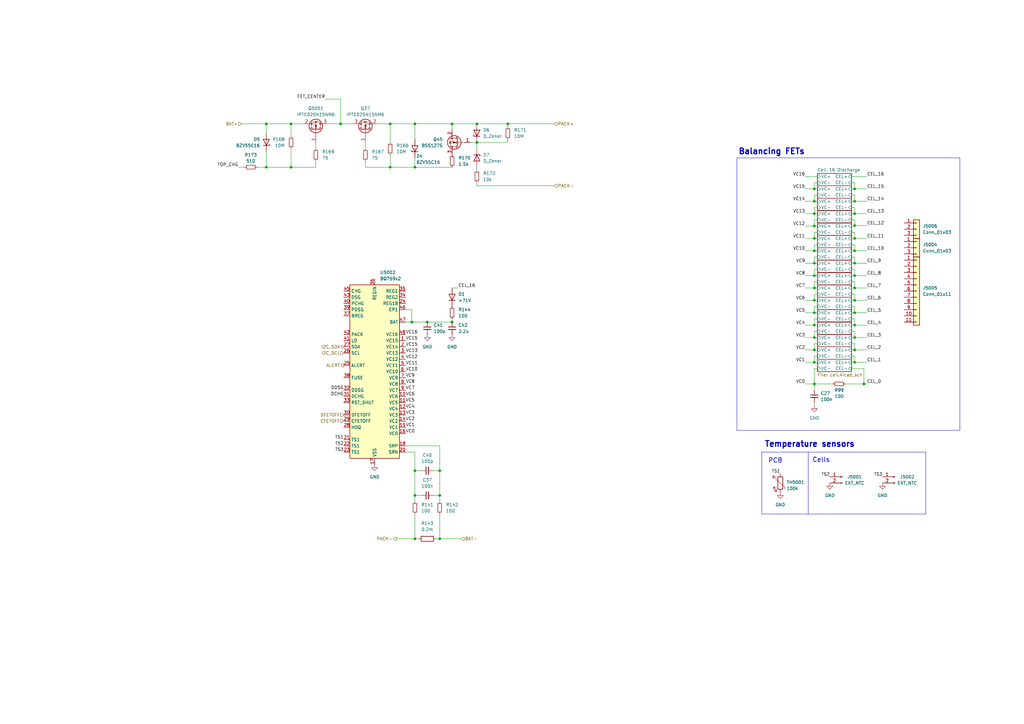
<source format=kicad_sch>
(kicad_sch (version 20250114) (generator "eeschema") (generator_version "9.0")
  (paper "A3")
  (title_block (title "GreenMobi BMS") (date "2024-02-13") (rev "ALPHA") (company "GreenMobi"))
  (lib_symbols
    (symbol "Connector:Conn_01x02_Pin" (pin_names (offset 1.016) (hide yes))
      (property "Reference" "J" (at 0 2.54 0))
      (property "Value" "Conn_01x02_Pin" (at 0 -5.08 0))
      (symbol "Conn_01x02_Pin_1_1"
        (rectangle (start 0.8636 0.127) (end 0 -0.127) (stroke (width 0.1524)) (fill (type outline)))
        (rectangle (start 0.8636 -2.413) (end 0 -2.667) (stroke (width 0.1524)) (fill (type outline)))
        (polyline (pts (xy 1.27 0) (xy 0.8636 0)) (stroke (width 0.1524)))
        (polyline (pts (xy 1.27 -2.54) (xy 0.8636 -2.54)) (stroke (width 0.1524)))
        (pin passive line (at 5.08 0 180) (length 3.81) (name "Pin_1") (number "1"))
        (pin passive line (at 5.08 -2.54 180) (length 3.81) (name "Pin_2") (number "2"))
      )
    )
    (symbol "Connector_Generic:Conn_01x03" (pin_names (offset 1.016) (hide yes))
      (property "Reference" "J" (at 0 5.08 0))
      (property "Value" "Conn_01x03" (at 0 -5.08 0))
      (symbol "Conn_01x03_1_1"
        (rectangle (start -1.27 3.81) (end 1.27 -3.81) (stroke (width 0.254)) (fill (type background)))
        (rectangle (start -1.27 2.667) (end 0 2.413) (stroke (width 0.1524)))
        (rectangle (start -1.27 0.127) (end 0 -0.127) (stroke (width 0.1524)))
        (rectangle (start -1.27 -2.413) (end 0 -2.667) (stroke (width 0.1524)))
        (pin passive line (at -5.08 2.54 0) (length 3.81) (name "Pin_1") (number "1"))
        (pin passive line (at -5.08 0 0) (length 3.81) (name "Pin_2") (number "2"))
        (pin passive line (at -5.08 -2.54 0) (length 3.81) (name "Pin_3") (number "3"))
      )
    )
    (symbol "Connector_Generic:Conn_01x11" (pin_names (offset 1.016) (hide yes))
      (property "Reference" "J" (at 0 15.24 0))
      (property "Value" "Conn_01x11" (at 0 -15.24 0))
      (symbol "Conn_01x11_1_1"
        (rectangle (start -1.27 13.97) (end 1.27 -13.97) (stroke (width 0.254)) (fill (type background)))
        (rectangle (start -1.27 12.827) (end 0 12.573) (stroke (width 0.1524)))
        (rectangle (start -1.27 10.287) (end 0 10.033) (stroke (width 0.1524)))
        (rectangle (start -1.27 7.747) (end 0 7.493) (stroke (width 0.1524)))
        (rectangle (start -1.27 5.207) (end 0 4.953) (stroke (width 0.1524)))
        (rectangle (start -1.27 2.667) (end 0 2.413) (stroke (width 0.1524)))
        (rectangle (start -1.27 0.127) (end 0 -0.127) (stroke (width 0.1524)))
        (rectangle (start -1.27 -2.413) (end 0 -2.667) (stroke (width 0.1524)))
        (rectangle (start -1.27 -4.953) (end 0 -5.207) (stroke (width 0.1524)))
        (rectangle (start -1.27 -7.493) (end 0 -7.747) (stroke (width 0.1524)))
        (rectangle (start -1.27 -10.033) (end 0 -10.287) (stroke (width 0.1524)))
        (rectangle (start -1.27 -12.573) (end 0 -12.827) (stroke (width 0.1524)))
        (pin passive line (at -5.08 12.7 0) (length 3.81) (name "Pin_1") (number "1"))
        (pin passive line (at -5.08 10.16 0) (length 3.81) (name "Pin_2") (number "2"))
        (pin passive line (at -5.08 7.62 0) (length 3.81) (name "Pin_3") (number "3"))
        (pin passive line (at -5.08 5.08 0) (length 3.81) (name "Pin_4") (number "4"))
        (pin passive line (at -5.08 2.54 0) (length 3.81) (name "Pin_5") (number "5"))
        (pin passive line (at -5.08 0 0) (length 3.81) (name "Pin_6") (number "6"))
        (pin passive line (at -5.08 -2.54 0) (length 3.81) (name "Pin_7") (number "7"))
        (pin passive line (at -5.08 -5.08 0) (length 3.81) (name "Pin_8") (number "8"))
        (pin passive line (at -5.08 -7.62 0) (length 3.81) (name "Pin_9") (number "9"))
        (pin passive line (at -5.08 -10.16 0) (length 3.81) (name "Pin_10") (number "10"))
        (pin passive line (at -5.08 -12.7 0) (length 3.81) (name "Pin_11") (number "11"))
      )
    )
    (symbol "Device:C_Small" (pin_numbers (hide yes)) (pin_names (offset 0.254) (hide yes))
      (property "Reference" "C" (at 0.254 1.778 0))
      (property "Value" "C_Small" (at 0.254 -2.032 0))
      (symbol "C_Small_0_1"
        (polyline (pts (xy -1.524 0.508) (xy 1.524 0.508)) (stroke (width 0.3048)))
        (polyline (pts (xy -1.524 -0.508) (xy 1.524 -0.508)) (stroke (width 0.3302)))
      )
      (symbol "C_Small_1_1"
        (pin passive line (at 0 2.54 270) (length 2.032) (name "~") (number "1"))
        (pin passive line (at 0 -2.54 90) (length 2.032) (name "~") (number "2"))
      )
    )
    (symbol "Device:D" (pin_numbers (hide yes)) (pin_names (offset 1.016) (hide yes))
      (property "Reference" "D" (at 0 2.54 0))
      (property "Value" "D" (at 0 -2.54 0))
      (symbol "D_0_1"
        (polyline (pts (xy -1.27 1.27) (xy -1.27 -1.27)) (stroke (width 0.254)))
        (polyline (pts (xy 1.27 1.27) (xy 1.27 -1.27) (xy -1.27 0) (xy 1.27 1.27)) (stroke (width 0.254)))
        (polyline (pts (xy 1.27 0) (xy -1.27 0)))
      )
      (symbol "D_1_1"
        (pin passive line (at -3.81 0 0) (length 2.54) (name "K") (number "1"))
        (pin passive line (at 3.81 0 180) (length 2.54) (name "A") (number "2"))
      )
    )
    (symbol "Device:D_Zener" (pin_numbers (hide yes)) (pin_names (offset 1.016) (hide yes))
      (property "Reference" "D" (at 0 2.54 0))
      (property "Value" "D_Zener" (at 0 -2.54 0))
      (symbol "D_Zener_0_1"
        (polyline (pts (xy -1.27 -1.27) (xy -1.27 1.27) (xy -0.762 1.27)) (stroke (width 0.254)))
        (polyline (pts (xy 1.27 0) (xy -1.27 0)))
        (polyline (pts (xy 1.27 -1.27) (xy 1.27 1.27) (xy -1.27 0) (xy 1.27 -1.27)) (stroke (width 0.254)))
      )
      (symbol "D_Zener_1_1"
        (pin passive line (at -3.81 0 0) (length 2.54) (name "K") (number "1"))
        (pin passive line (at 3.81 0 180) (length 2.54) (name "A") (number "2"))
      )
    )
    (symbol "Device:R" (pin_numbers (hide yes)) (pin_names (offset 0))
      (property "Reference" "R" (at 2.032 0 90))
      (property "Value" "R" (at 0 0 90))
      (symbol "R_0_1"
        (rectangle (start -1.016 -2.54) (end 1.016 2.54) (stroke (width 0.254)))
      )
      (symbol "R_1_1"
        (pin passive line (at 0 3.81 270) (length 1.27) (name "~") (number "1"))
        (pin passive line (at 0 -3.81 90) (length 1.27) (name "~") (number "2"))
      )
    )
    (symbol "Device:R_Small" (pin_numbers (hide yes)) (pin_names (offset 0.254) (hide yes))
      (property "Reference" "R" (at 0.762 0.508 0))
      (property "Value" "R_Small" (at 0.762 -1.016 0))
      (symbol "R_Small_0_1"
        (rectangle (start -0.762 1.778) (end 0.762 -1.778) (stroke (width 0.2032)))
      )
      (symbol "R_Small_1_1"
        (pin passive line (at 0 2.54 270) (length 0.762) (name "~") (number "1"))
        (pin passive line (at 0 -2.54 90) (length 0.762) (name "~") (number "2"))
      )
    )
    (symbol "Device:Thermistor_NTC" (pin_numbers (hide yes)) (pin_names (offset 0))
      (property "Reference" "TH" (at -4.445 0 90))
      (property "Value" "Thermistor_NTC" (at 3.175 0 90))
      (symbol "Thermistor_NTC_0_1"
        (arc (start -3.175 2.413) (mid -3.0506 2.3165) (end -3.048 2.159))
        (arc (start -3.048 2.794) (mid -2.9736 2.9736) (end -2.794 3.048))
        (arc (start -2.794 3.048) (mid -2.6144 2.9736) (end -2.54 2.794))
        (arc (start -2.794 2.54) (mid -2.9736 2.6144) (end -3.048 2.794))
        (arc (start -2.794 1.905) (mid -2.9736 1.9794) (end -3.048 2.159))
        (arc (start -2.54 2.159) (mid -2.6144 1.9794) (end -2.794 1.905))
        (arc (start -2.159 2.794) (mid -2.434 2.5608) (end -2.794 2.54))
        (polyline (pts (xy -2.54 2.159) (xy -2.54 2.794)))
        (polyline (pts (xy -2.54 -3.683) (xy -2.54 -1.397) (xy -2.794 -2.159) (xy -2.286 -2.159) (xy -2.54 -1.397) (xy -2.54 -1.651)) (fill (type outline)))
        (polyline (pts (xy -1.778 2.54) (xy -1.778 1.524) (xy 1.778 -1.524) (xy 1.778 -2.54)))
        (polyline (pts (xy -1.778 -1.397) (xy -1.778 -3.683) (xy -2.032 -2.921) (xy -1.524 -2.921) (xy -1.778 -3.683) (xy -1.778 -3.429)) (fill (type outline)))
        (rectangle (start -1.016 2.54) (end 1.016 -2.54) (stroke (width 0.254)))
      )
      (symbol "Thermistor_NTC_1_1"
        (pin passive line (at 0 3.81 270) (length 1.27) (name "~") (number "1"))
        (pin passive line (at 0 -3.81 90) (length 1.27) (name "~") (number "2"))
      )
    )
    (symbol "Diode:BZV55C16" (pin_numbers (hide yes)) (pin_names (hide yes))
      (property "Reference" "D" (at 0 2.54 0))
      (property "Value" "BZV55C16" (at 0 -2.54 0))
      (symbol "BZV55C16_0_1"
        (polyline (pts (xy -1.27 -1.27) (xy -1.27 1.27) (xy -0.762 1.27)) (stroke (width 0.254)))
        (polyline (pts (xy 1.27 0) (xy -1.27 0)))
        (polyline (pts (xy 1.27 -1.27) (xy 1.27 1.27) (xy -1.27 0) (xy 1.27 -1.27)) (stroke (width 0.254)))
      )
      (symbol "BZV55C16_1_1"
        (pin passive line (at -3.81 0 0) (length 2.54) (name "K") (number "1"))
        (pin passive line (at 3.81 0 180) (length 2.54) (name "A") (number "2"))
      )
    )
    (symbol "GND_1" (power) (pin_numbers (hide yes)) (pin_names (offset 0) (hide yes))
      (property "Value" "GND" (at 0 -3.81 0))
      (symbol "GND_1_0_1"
        (polyline (pts (xy 0 0) (xy 0 -1.27) (xy 1.27 -1.27) (xy 0 -2.54) (xy -1.27 -1.27) (xy 0 -1.27)))
      )
      (symbol "GND_1_1_1"
        (pin power_in line (at 0 0 270) (length 0) (name "~") (number "1"))
      )
    )
    (symbol "GND_2" (power) (pin_numbers (hide yes)) (pin_names (offset 0) (hide yes))
      (property "Value" "GND" (at 0 -3.81 0))
      (symbol "GND_2_0_1"
        (polyline (pts (xy 0 0) (xy 0 -1.27) (xy 1.27 -1.27) (xy 0 -2.54) (xy -1.27 -1.27) (xy 0 -1.27)))
      )
      (symbol "GND_2_1_1"
        (pin power_in line (at 0 0 270) (length 0) (name "~") (number "1"))
      )
    )
    (symbol "GND_7" (power) (pin_numbers (hide yes)) (pin_names (offset 0) (hide yes))
      (property "Value" "GND" (at 0 -3.81 0))
      (symbol "GND_7_0_1"
        (polyline (pts (xy 0 0) (xy 0 -1.27) (xy 1.27 -1.27) (xy 0 -2.54) (xy -1.27 -1.27) (xy 0 -1.27)))
      )
      (symbol "GND_7_1_1"
        (pin power_in line (at 0 0 270) (length 0) (name "~") (number "1"))
      )
    )
    (symbol "Transistor_FET:BSS127S" (pin_names (hide yes))
      (property "Reference" "Q" (at 5.08 1.905 0))
      (property "Value" "BSS127S" (at 5.08 0 0))
      (symbol "BSS127S_0_1"
        (polyline (pts (xy 0.254 1.905) (xy 0.254 -1.905)) (stroke (width 0.254)))
        (polyline (pts (xy 0.254 0) (xy -2.54 0)))
        (polyline (pts (xy 0.762 2.286) (xy 0.762 1.27)) (stroke (width 0.254)))
        (polyline (pts (xy 0.762 0.508) (xy 0.762 -0.508)) (stroke (width 0.254)))
        (polyline (pts (xy 0.762 -1.27) (xy 0.762 -2.286)) (stroke (width 0.254)))
        (polyline (pts (xy 0.762 -1.778) (xy 3.302 -1.778) (xy 3.302 1.778) (xy 0.762 1.778)))
        (polyline (pts (xy 1.016 0) (xy 2.032 0.381) (xy 2.032 -0.381) (xy 1.016 0)) (fill (type outline)))
        (circle (center 1.651 0) (radius 2.794) (stroke (width 0.254)))
        (polyline (pts (xy 2.54 2.54) (xy 2.54 1.778)))
        (circle (center 2.54 1.778) (radius 0.254) (fill (type outline)))
        (circle (center 2.54 -1.778) (radius 0.254) (fill (type outline)))
        (polyline (pts (xy 2.54 -2.54) (xy 2.54 0) (xy 0.762 0)))
        (polyline (pts (xy 2.794 0.508) (xy 2.921 0.381) (xy 3.683 0.381) (xy 3.81 0.254)))
        (polyline (pts (xy 3.302 0.381) (xy 2.921 -0.254) (xy 3.683 -0.254) (xy 3.302 0.381)))
      )
      (symbol "BSS127S_1_1"
        (pin input line (at -5.08 0 0) (length 2.54) (name "G") (number "1"))
        (pin passive line (at 2.54 5.08 270) (length 2.54) (name "D") (number "3"))
        (pin passive line (at 2.54 -5.08 90) (length 2.54) (name "S") (number "2"))
      )
    )
    (symbol "Transistor_FET:IPT015N10N5" (pin_names (hide yes))
      (property "Reference" "Q" (at 5.08 1.905 0))
      (property "Value" "IPT015N10N5" (at 5.08 0 0))
      (symbol "IPT015N10N5_0_1"
        (polyline (pts (xy 0.254 1.905) (xy 0.254 -1.905)) (stroke (width 0.254)))
        (polyline (pts (xy 0.254 0) (xy -2.54 0)))
        (polyline (pts (xy 0.762 2.286) (xy 0.762 1.27)) (stroke (width 0.254)))
        (polyline (pts (xy 0.762 0.508) (xy 0.762 -0.508)) (stroke (width 0.254)))
        (polyline (pts (xy 0.762 -1.27) (xy 0.762 -2.286)) (stroke (width 0.254)))
        (polyline (pts (xy 0.762 -1.778) (xy 3.302 -1.778) (xy 3.302 1.778) (xy 0.762 1.778)))
        (polyline (pts (xy 1.016 0) (xy 2.032 0.381) (xy 2.032 -0.381) (xy 1.016 0)) (fill (type outline)))
        (circle (center 1.651 0) (radius 2.794) (stroke (width 0.254)))
        (polyline (pts (xy 2.54 2.54) (xy 2.54 1.778)))
        (circle (center 2.54 1.778) (radius 0.254) (fill (type outline)))
        (circle (center 2.54 -1.778) (radius 0.254) (fill (type outline)))
        (polyline (pts (xy 2.54 -2.54) (xy 2.54 0) (xy 0.762 0)))
        (polyline (pts (xy 2.794 0.508) (xy 2.921 0.381) (xy 3.683 0.381) (xy 3.81 0.254)))
        (polyline (pts (xy 3.302 0.381) (xy 2.921 -0.254) (xy 3.683 -0.254) (xy 3.302 0.381)))
      )
      (symbol "IPT015N10N5_1_1"
        (pin input line (at -5.08 0 0) (length 2.54) (name "G") (number "1"))
        (pin passive line (at 2.54 5.08 270) (length 2.54) (name "D") (number "3"))
        (pin passive line (at 2.54 -5.08 90) (length 2.54) (name "S") (number "2"))
      )
    )
    (symbol "greenmobi-bms:BQ769x2"
      (property "Reference" "U" (at 1.27 39.37 0))
      (property "Value" "BQ769x2" (at 4.826 37.338 0))
      (symbol "BQ769x2_1_1"
        (rectangle (start -10.16 35.56) (end 10.16 -35.56) (stroke (width 0.254)) (fill (type background)))
        (pin output line (at -12.7 33.02 0) (length 2.54) (name "CHG") (number "45"))
        (pin output line (at -12.7 30.48 0) (length 2.54) (name "DSG") (number "43"))
        (pin output line (at -12.7 27.94 0) (length 2.54) (name "PCHG") (number "40"))
        (pin output line (at -12.7 25.4 0) (length 2.54) (name "PDSG") (number "39"))
        (pin output line (at -12.7 22.86 0) (length 2.54) (name "BREG") (number "37"))
        (pin input line (at -12.7 15.24 0) (length 2.54) (name "PACK") (number "42"))
        (pin input line (at -12.7 12.7 0) (length 2.54) (name "LD") (number "41"))
        (pin bidirectional line (at -12.7 10.16 0) (length 2.54) (name "SDA") (number "27"))
        (pin input line (at -12.7 7.62 0) (length 2.54) (name "SCL") (number "26"))
        (pin bidirectional line (at -12.7 2.54 0) (length 2.54) (name "ALERT") (number "25"))
        (pin input line (at -12.7 -2.54 0) (length 2.54) (name "FUSE") (number "38"))
        (pin bidirectional line (at -12.7 -7.62 0) (length 2.54) (name "DDSG") (number "32"))
        (pin bidirectional line (at -12.7 -10.16 0) (length 2.54) (name "DCHG") (number "31"))
        (pin input line (at -12.7 -12.7 0) (length 2.54) (name "RST_SHUT") (number "33"))
        (pin bidirectional line (at -12.7 -17.78 0) (length 2.54) (name "DFETOFF") (number "30"))
        (pin bidirectional line (at -12.7 -20.32 0) (length 2.54) (name "CFETOFF") (number "29"))
        (pin bidirectional line (at -12.7 -22.86 0) (length 2.54) (name "HDQ") (number "28"))
        (pin input line (at -12.7 -27.94 0) (length 2.54) (name "TS1") (number "21"))
        (pin input line (at -12.7 -30.48 0) (length 2.54) (name "TS1") (number "22"))
        (pin input line (at -12.7 -33.02 0) (length 2.54) (name "TS1") (number "23"))
        (pin no_connect line (at -2.54 -35.56 90) (length 2.54) (hide yes) (name "NC") (number "19"))
        (pin power_in line (at 0 38.1 270) (length 2.54) (name "REGIN") (number "36"))
        (pin power_in line (at 0 -38.1 90) (length 2.54) (name "VSS") (number "17"))
        (pin no_connect line (at 2.54 -35.56 90) (length 2.54) (hide yes) (name "NC") (number "44"))
        (pin power_out line (at 12.7 33.02 180) (length 2.54) (name "REG1") (number "35"))
        (pin power_out line (at 12.7 30.48 180) (length 2.54) (name "REG2") (number "34"))
        (pin power_out line (at 12.7 27.94 180) (length 2.54) (name "REG18") (number "24"))
        (pin power_out line (at 12.7 25.4 180) (length 2.54) (name "CP1") (number "46"))
        (pin input line (at 12.7 20.32 180) (length 2.54) (name "BAT") (number "47"))
        (pin input line (at 12.7 15.24 180) (length 2.54) (name "VC16") (number "48"))
        (pin input line (at 12.7 12.7 180) (length 2.54) (name "VC15") (number "1"))
        (pin input line (at 12.7 10.16 180) (length 2.54) (name "VC14") (number "2"))
        (pin input line (at 12.7 7.62 180) (length 2.54) (name "VC13") (number "3"))
        (pin input line (at 12.7 5.08 180) (length 2.54) (name "VC12") (number "4"))
        (pin input line (at 12.7 2.54 180) (length 2.54) (name "VC11") (number "5"))
        (pin input line (at 12.7 0 180) (length 2.54) (name "VC10") (number "6"))
        (pin input line (at 12.7 -2.54 180) (length 2.54) (name "VC9") (number "7"))
        (pin input line (at 12.7 -5.08 180) (length 2.54) (name "VC8") (number "8"))
        (pin input line (at 12.7 -7.62 180) (length 2.54) (name "VC7") (number "9"))
        (pin input line (at 12.7 -10.16 180) (length 2.54) (name "VC6") (number "10"))
        (pin input line (at 12.7 -12.7 180) (length 2.54) (name "VC5") (number "11"))
        (pin input line (at 12.7 -15.24 180) (length 2.54) (name "VC4") (number "12"))
        (pin input line (at 12.7 -17.78 180) (length 2.54) (name "VC3") (number "13"))
        (pin input line (at 12.7 -20.32 180) (length 2.54) (name "VC2") (number "14"))
        (pin input line (at 12.7 -22.86 180) (length 2.54) (name "VC1") (number "15"))
        (pin input line (at 12.7 -25.4 180) (length 2.54) (name "VC0") (number "16"))
        (pin input line (at 12.7 -30.48 180) (length 2.54) (name "SRP") (number "18"))
        (pin input line (at 12.7 -33.02 180) (length 2.54) (name "SRN") (number "20"))
      )
    )
    (symbol "power:GND" (power) (pin_names (offset 0))
      (property "Value" "GND" (at 0 -3.81 0))
      (symbol "GND_0_1"
        (polyline (pts (xy 0 0) (xy 0 -1.27) (xy 1.27 -1.27) (xy 0 -2.54) (xy -1.27 -1.27) (xy 0 -1.27)))
      )
      (symbol "GND_1_1"
        (pin power_in line (at 0 0 270) (length 0) (hide yes) (name "GND") (number "1"))
      )
    )
  )
  (rectangle (start 312.42 185.42) (end 379.73 210.82))
  (rectangle (start 302.26 64.77) (end 393.7 176.53))
  (text "PCB" (at 318.008 188.976 0) (effects (font (size 1.8796 1.8796) (thickness 0.235))))
  (text "Balancing FETs" (at 316.484 62.23 0) (effects (font (size 2.3368 2.3368) (thickness 0.4674) (bold yes))))
  (text "Cells" (at 336.804 188.722 0) (effects (font (size 1.8796 1.8796) (thickness 0.235))))
  (text "Temperature sensors" (at 332.105 182.245 0) (effects (font (size 2.3368 2.3368) (thickness 0.4674) (bold yes))))
  (junction (at 119.38 50.8))
  (junction (at 334.01 138.43))
  (junction (at 180.34 203.2))
  (junction (at 334.01 102.87))
  (junction (at 350.52 107.95))
  (junction (at 350.52 87.6153))
  (junction (at 350.52 97.79))
  (junction (at 350.52 138.43))
  (junction (at 334.01 148.59))
  (junction (at 334.01 82.55))
  (junction (at 170.18 50.8))
  (junction (at 175.26 132.08))
  (junction (at 195.58 58.42))
  (junction (at 208.28 50.8))
  (junction (at 334.01 87.63))
  (junction (at 334.01 113.03))
  (junction (at 180.34 193.04))
  (junction (at 350.52 113.03))
  (junction (at 354.33 157.48))
  (junction (at 109.22 50.8))
  (junction (at 185.42 132.08))
  (junction (at 334.01 118.11))
  (junction (at 334.01 107.95))
  (junction (at 168.91 132.08))
  (junction (at 334.01 77.47))
  (junction (at 350.52 82.55))
  (junction (at 170.18 193.04))
  (junction (at 170.18 220.98))
  (junction (at 334.01 92.71))
  (junction (at 350.52 148.59))
  (junction (at 109.22 68.58))
  (junction (at 350.52 133.35))
  (junction (at 334.01 157.48))
  (junction (at 350.52 123.19))
  (junction (at 350.52 77.47))
  (junction (at 195.58 50.8))
  (junction (at 350.52 92.48))
  (junction (at 334.01 123.19))
  (junction (at 334.01 128.27))
  (junction (at 350.52 128.27))
  (junction (at 119.38 68.58))
  (junction (at 180.34 220.98))
  (junction (at 350.52 118.11))
  (junction (at 334.01 97.79))
  (junction (at 160.02 50.8))
  (junction (at 350.52 102.87))
  (junction (at 139.7 50.8))
  (junction (at 185.42 50.8))
  (junction (at 170.18 203.2))
  (junction (at 170.18 68.58))
  (junction (at 350.52 143.51))
  (junction (at 334.01 133.35))
  (junction (at 160.02 68.58))
  (junction (at 334.01 143.51))
  (wire (pts (xy 350.52 74.93) (xy 349.25 74.93)))
  (wire (pts (xy 350.52 123.19) (xy 350.52 120.65)))
  (wire (pts (xy 349.25 133.35) (xy 350.52 133.35)))
  (wire (pts (xy 334.01 100.33) (xy 335.28 100.33)))
  (wire (pts (xy 170.18 185.42) (xy 170.18 193.04)))
  (wire (pts (xy 139.7 50.8) (xy 144.78 50.8)))
  (wire (pts (xy 177.8 193.04) (xy 180.34 193.04)))
  (wire (pts (xy 330.2 138.43) (xy 334.01 138.43)))
  (wire (pts (xy 334.01 95.25) (xy 335.28 95.25)))
  (wire (pts (xy 334.01 123.19) (xy 334.01 120.65)))
  (wire (pts (xy 330.2 128.27) (xy 334.01 128.27)))
  (wire (pts (xy 350.52 138.43) (xy 355.6 138.43)))
  (wire (pts (xy 208.28 52.07) (xy 208.28 50.8)))
  (wire (pts (xy 350.52 92.48) (xy 350.52 90.17)))
  (wire (pts (xy 349.25 72.39) (xy 355.6 72.39)))
  (wire (pts (xy 160.02 58.42) (xy 160.02 50.8)))
  (wire (pts (xy 170.18 193.04) (xy 170.18 203.2)))
  (wire (pts (xy 185.42 50.8) (xy 195.58 50.8)))
  (wire (pts (xy 350.52 130.81) (xy 349.25 130.81)))
  (wire (pts (xy 350.52 87.63) (xy 350.52 87.6153)))
  (wire (pts (xy 185.42 53.34) (xy 185.42 50.8)))
  (wire (pts (xy 350.52 118.11) (xy 350.52 115.57)))
  (wire (pts (xy 354.33 151.13) (xy 354.33 157.48)))
  (wire (pts (xy 330.2 82.55) (xy 334.01 82.55)))
  (wire (pts (xy 170.18 203.2) (xy 170.18 205.74)))
  (wire (pts (xy 129.54 58.42) (xy 129.54 60.96)))
  (wire (pts (xy 187.96 118.11) (xy 185.42 118.11)))
  (wire (pts (xy 195.58 58.42) (xy 195.58 60.96)))
  (wire (pts (xy 334.01 110.49) (xy 335.28 110.49)))
  (wire (pts (xy 334.01 107.95) (xy 334.01 105.41)))
  (wire (pts (xy 334.01 125.73) (xy 335.28 125.73)))
  (wire (pts (xy 349.25 140.97) (xy 350.52 140.97)))
  (wire (pts (xy 350.52 120.65) (xy 349.25 120.65)))
  (wire (pts (xy 350.52 102.87) (xy 350.52 100.33)))
  (wire (pts (xy 334.01 148.59) (xy 334.01 146.05)))
  (wire (pts (xy 170.18 193.04) (xy 172.72 193.04)))
  (wire (pts (xy 195.58 58.42) (xy 208.28 58.42)))
  (wire (pts (xy 335.28 123.19) (xy 334.01 123.19)))
  (wire (pts (xy 349.25 151.13) (xy 354.33 151.13)))
  (wire (pts (xy 335.28 133.35) (xy 334.01 133.35)))
  (wire (pts (xy 109.22 68.58) (xy 119.38 68.58)))
  (wire (pts (xy 160.02 68.58) (xy 149.86 68.58)))
  (wire (pts (xy 350.52 143.51) (xy 355.6 143.51)))
  (wire (pts (xy 349.25 102.87) (xy 350.52 102.87)))
  (wire (pts (xy 330.2 123.19) (xy 334.01 123.19)))
  (wire (pts (xy 170.18 50.8) (xy 185.42 50.8)))
  (wire (pts (xy 335.28 77.47) (xy 334.01 77.47)))
  (wire (pts (xy 109.22 54.61) (xy 109.22 50.8)))
  (wire (pts (xy 350.52 102.87) (xy 355.6 102.87)))
  (wire (pts (xy 350.52 87.6153) (xy 355.6 87.6153)))
  (wire (pts (xy 180.34 193.04) (xy 180.34 203.2)))
  (wire (pts (xy 350.52 118.11) (xy 355.5727 118.11)))
  (wire (pts (xy 334.01 97.79) (xy 334.01 95.25)))
  (wire (pts (xy 350.52 135.89) (xy 349.25 135.89)))
  (wire (pts (xy 119.38 60.96) (xy 119.38 68.58)))
  (wire (pts (xy 193.04 58.42) (xy 195.58 58.42)))
  (wire (pts (xy 334.01 90.17) (xy 335.28 90.17)))
  (wire (pts (xy 350.52 100.33) (xy 349.25 100.33)))
  (wire (pts (xy 349.25 123.19) (xy 350.52 123.19)))
  (wire (pts (xy 330.2 148.59) (xy 334.01 148.59)))
  (wire (pts (xy 160.02 50.8) (xy 154.94 50.8)))
  (wire (pts (xy 350.52 95.25) (xy 350.52 97.79)))
  (wire (pts (xy 349.25 80.01) (xy 350.52 80.01)))
  (wire (pts (xy 350.52 105.41) (xy 349.25 105.41)))
  (wire (pts (xy 330.2 92.71) (xy 334.01 92.71)))
  (wire (pts (xy 354.33 157.48) (xy 355.6 157.48)))
  (wire (pts (xy 350.52 77.47) (xy 350.52 74.93)))
  (wire (pts (xy 335.28 92.71) (xy 334.01 92.71)))
  (wire (pts (xy 335.28 138.43) (xy 334.01 138.43)))
  (wire (pts (xy 334.01 146.05) (xy 335.28 146.05)))
  (wire (pts (xy 334.01 130.81) (xy 335.28 130.81)))
  (wire (pts (xy 185.42 132.08) (xy 175.26 132.08)))
  (wire (pts (xy 208.28 58.42) (xy 208.28 57.15)))
  (wire (pts (xy 330.2 77.47) (xy 334.01 77.47)))
  (wire (pts (xy 349.25 95.25) (xy 350.52 95.25)))
  (wire (pts (xy 119.38 50.8) (xy 124.46 50.8)))
  (wire (pts (xy 350.52 125.73) (xy 350.52 128.27)))
  (wire (pts (xy 334.01 115.57) (xy 335.28 115.57)))
  (wire (pts (xy 334.01 157.48) (xy 334.01 160.02)))
  (wire (pts (xy 350.52 123.19) (xy 355.6 123.19)))
  (wire (pts (xy 168.91 132.08) (xy 166.37 132.08)))
  (wire (pts (xy 349.25 87.63) (xy 350.52 87.63)))
  (wire (pts (xy 170.18 220.98) (xy 171.45 220.98)))
  (wire (pts (xy 350.52 107.95) (xy 355.6 107.95)))
  (wire (pts (xy 349.25 82.55) (xy 350.52 82.55)))
  (wire (pts (xy 335.28 118.11) (xy 334.01 118.11)))
  (wire (pts (xy 330.2 118.11) (xy 334.01 118.11)))
  (wire (pts (xy 350.52 146.05) (xy 349.25 146.05)))
  (wire (pts (xy 160.02 68.58) (xy 170.18 68.58)))
  (wire (pts (xy 335.28 113.03) (xy 334.01 113.03)))
  (wire (pts (xy 349.25 148.59) (xy 350.52 148.59)))
  (wire (pts (xy 195.58 68.58) (xy 195.58 69.85)))
  (wire (pts (xy 335.28 128.27) (xy 334.01 128.27)))
  (wire (pts (xy 109.22 62.23) (xy 109.22 68.58)))
  (wire (pts (xy 149.86 68.58) (xy 149.86 66.04)))
  (wire (pts (xy 162.56 220.98) (xy 170.18 220.98)))
  (wire (pts (xy 349.25 118.11) (xy 350.52 118.11)))
  (wire (pts (xy 166.37 127) (xy 168.91 127)))
  (wire (pts (xy 330.2 107.95) (xy 334.01 107.95)))
  (wire (pts (xy 334.01 77.47) (xy 334.01 74.93)))
  (wire (pts (xy 334.01 143.51) (xy 334.01 140.97)))
  (wire (pts (xy 105.41 68.58) (xy 109.22 68.58)))
  (wire (pts (xy 168.91 132.08) (xy 175.26 132.08)))
  (wire (pts (xy 350.52 90.17) (xy 349.25 90.17)))
  (wire (pts (xy 119.38 68.58) (xy 129.54 68.58)))
  (wire (pts (xy 334.01 105.41) (xy 335.28 105.41)))
  (wire (pts (xy 180.34 182.88) (xy 180.34 193.04)))
  (wire (pts (xy 168.91 127) (xy 168.91 132.08)))
  (wire (pts (xy 180.34 220.98) (xy 189.23 220.98)))
  (wire (pts (xy 335.28 97.79) (xy 334.01 97.79)))
  (wire (pts (xy 149.86 58.42) (xy 149.86 60.96)))
  (wire (pts (xy 334.01 102.87) (xy 334.01 100.33)))
  (wire (pts (xy 350.52 107.95) (xy 350.52 105.41)))
  (wire (pts (xy 350.52 128.27) (xy 355.6 128.27)))
  (wire (pts (xy 99.06 50.8) (xy 109.22 50.8)))
  (wire (pts (xy 350.52 133.35) (xy 350.52 130.81)))
  (wire (pts (xy 335.28 82.55) (xy 334.01 82.55)))
  (wire (pts (xy 334.01 128.27) (xy 334.01 125.73)))
  (wire (pts (xy 109.22 50.8) (xy 119.38 50.8)))
  (wire (pts (xy 334.01 120.65) (xy 335.28 120.65)))
  (wire (pts (xy 139.7 40.64) (xy 139.7 50.8)))
  (wire (pts (xy 334.01 133.35) (xy 334.01 130.81)))
  (wire (pts (xy 208.28 50.8) (xy 227.33 50.8)))
  (wire (pts (xy 350.52 97.79) (xy 355.6 97.79)))
  (wire (pts (xy 334.01 92.71) (xy 334.01 90.17)))
  (wire (pts (xy 350.52 77.47) (xy 355.6 77.47)))
  (wire (pts (xy 349.25 97.79) (xy 350.52 97.79)))
  (wire (pts (xy 350.52 115.57) (xy 349.25 115.57)))
  (wire (pts (xy 349.25 125.73) (xy 350.52 125.73)))
  (wire (pts (xy 349.25 77.47) (xy 350.52 77.47)))
  (wire (pts (xy 335.28 151.13) (xy 334.01 151.13)))
  (wire (pts (xy 119.38 55.88) (xy 119.38 50.8)))
  (wire (pts (xy 334.01 140.97) (xy 335.28 140.97)))
  (wire (pts (xy 180.34 210.82) (xy 180.34 220.98)))
  (wire (pts (xy 350.52 148.59) (xy 355.6 148.59)))
  (wire (pts (xy 334.01 80.01) (xy 335.28 80.01)))
  (wire (pts (xy 170.18 64.77) (xy 170.18 68.58)))
  (wire (pts (xy 160.02 50.8) (xy 170.18 50.8)))
  (wire (pts (xy 334.01 151.13) (xy 334.01 157.48)))
  (wire (pts (xy 330.2 97.79) (xy 334.01 97.79)))
  (wire (pts (xy 335.28 87.63) (xy 334.01 87.63)))
  (wire (pts (xy 350.52 80.01) (xy 350.52 82.55)))
  (polyline (pts (xy 331.47 185.42) (xy 331.47 210.82)))
  (wire (pts (xy 334.01 87.63) (xy 334.01 85.09)))
  (wire (pts (xy 330.2 143.51) (xy 334.01 143.51)))
  (wire (pts (xy 330.2 102.87) (xy 334.01 102.87)))
  (wire (pts (xy 170.18 210.82) (xy 170.18 220.98)))
  (wire (pts (xy 350.52 87.6153) (xy 350.52 85.09)))
  (wire (pts (xy 349.25 138.43) (xy 350.52 138.43)))
  (wire (pts (xy 334.01 113.03) (xy 334.01 110.49)))
  (wire (pts (xy 334.01 85.09) (xy 335.28 85.09)))
  (wire (pts (xy 350.52 113.03) (xy 355.6 113.03)))
  (wire (pts (xy 350.52 92.48) (xy 355.6 92.48)))
  (wire (pts (xy 349.25 143.51) (xy 350.52 143.51)))
  (wire (pts (xy 350.52 82.55) (xy 355.6 82.55)))
  (wire (pts (xy 97.79 68.58) (xy 100.33 68.58)))
  (wire (pts (xy 335.28 143.51) (xy 334.01 143.51)))
  (wire (pts (xy 350.52 85.09) (xy 349.25 85.09)))
  (wire (pts (xy 166.37 185.42) (xy 170.18 185.42)))
  (wire (pts (xy 335.28 107.95) (xy 334.01 107.95)))
  (wire (pts (xy 134.62 50.8) (xy 139.7 50.8)))
  (wire (pts (xy 195.58 76.2) (xy 227.33 76.2)))
  (wire (pts (xy 160.02 63.5) (xy 160.02 68.58)))
  (wire (pts (xy 180.34 203.2) (xy 177.8 203.2)))
  (wire (pts (xy 350.52 110.49) (xy 350.52 113.03)))
  (wire (pts (xy 170.18 203.2) (xy 172.72 203.2)))
  (wire (pts (xy 166.37 182.88) (xy 180.34 182.88)))
  (wire (pts (xy 349.25 107.95) (xy 350.52 107.95)))
  (wire (pts (xy 334.01 82.55) (xy 334.01 80.01)))
  (wire (pts (xy 349.25 92.71) (xy 350.52 92.71)))
  (wire (pts (xy 350.52 138.43) (xy 350.52 135.89)))
  (wire (pts (xy 330.2 113.03) (xy 334.01 113.03)))
  (wire (pts (xy 334.01 74.93) (xy 335.28 74.93)))
  (wire (pts (xy 334.01 165.1) (xy 334.01 166.37)))
  (wire (pts (xy 350.52 140.97) (xy 350.52 143.51)))
  (wire (pts (xy 335.28 148.59) (xy 334.01 148.59)))
  (wire (pts (xy 346.71 157.48) (xy 354.33 157.48)))
  (wire (pts (xy 350.52 133.35) (xy 355.6 133.35)))
  (wire (pts (xy 349.25 113.03) (xy 350.52 113.03)))
  (wire (pts (xy 185.42 130.81) (xy 185.42 132.08)))
  (wire (pts (xy 349.25 110.49) (xy 350.52 110.49)))
  (wire (pts (xy 129.54 66.04) (xy 129.54 68.58)))
  (wire (pts (xy 341.63 157.48) (xy 334.01 157.48)))
  (wire (pts (xy 349.25 128.27) (xy 350.52 128.27)))
  (wire (pts (xy 350.52 148.59) (xy 350.52 146.05)))
  (wire (pts (xy 170.18 50.8) (xy 170.18 57.15)))
  (wire (pts (xy 330.2 87.63) (xy 334.01 87.63)))
  (wire (pts (xy 335.28 102.87) (xy 334.01 102.87)))
  (wire (pts (xy 334.01 135.89) (xy 335.28 135.89)))
  (wire (pts (xy 330.2 72.39) (xy 335.28 72.39)))
  (wire (pts (xy 334.01 138.43) (xy 334.01 135.89)))
  (wire (pts (xy 180.34 220.98) (xy 179.07 220.98)))
  (wire (pts (xy 180.34 203.2) (xy 180.34 205.74)))
  (wire (pts (xy 334.01 118.11) (xy 334.01 115.57)))
  (wire (pts (xy 170.18 68.58) (xy 185.42 68.58)))
  (wire (pts (xy 195.58 50.8) (xy 208.28 50.8)))
  (wire (pts (xy 350.52 92.71) (xy 350.52 92.48)))
  (wire (pts (xy 195.58 74.93) (xy 195.58 76.2)))
  (wire (pts (xy 330.2 133.35) (xy 334.01 133.35)))
  (wire (pts (xy 330.2 157.48) (xy 334.01 157.48)))
  (wire (pts (xy 133.35 40.64) (xy 139.7 40.64)))
  (label "DCHG" (at 140.97 162.56 180) (effects (font (thickness 0.1588))))
  (label "CEL_8" (at 355.6 113.03 0))
  (label "CEL_11" (at 355.6 97.79 0))
  (label "CEL_3" (at 355.6 138.43 0))
  (label "VC12" (at 330.2 92.71 180))
  (label "VC9" (at 166.37 154.94 0))
  (label "TS3" (at 140.97 185.42 180))
  (label "CEL_0" (at 355.6 157.48 0))
  (label "VC15" (at 166.37 142.24 0))
  (label "TS1" (at 140.97 180.34 180))
  (label "CEL_14" (at 355.6 82.55 0))
  (label "VC16" (at 330.2 72.39 180))
  (label "VC5" (at 330.2 128.27 180))
  (label "CEL_13" (at 355.6 87.6153 0))
  (label "FET_CENTER" (at 133.35 40.64 180))
  (label "VC10" (at 330.2 102.87 180))
  (label "VC10" (at 166.37 152.4 0))
  (label "CEL_1" (at 355.6 148.59 0))
  (label "VC8" (at 330.2 113.03 180))
  (label "VC15" (at 166.37 139.7 0))
  (label "VC11" (at 330.2 97.79 180))
  (label "VC2" (at 166.37 172.72 0))
  (label "VC14" (at 330.2 82.55 180))
  (label "CEL_2" (at 355.6 143.51 0))
  (label "VC15" (at 330.2 77.47 180))
  (label "TS2" (at 340.36 195.58 180))
  (label "TS1" (at 320.04 194.31 180))
  (label "VC4" (at 330.2 133.35 180))
  (label "DDSG" (at 140.97 160.02 180) (effects (font (thickness 0.1588))))
  (label "CEL_7" (at 355.5727 118.11 0))
  (label "CEL_4" (at 355.6 133.35 0))
  (label "VC1" (at 166.37 175.26 0))
  (label "VC6" (at 330.2 123.19 180))
  (label "VC5" (at 166.37 165.1 0))
  (label "VC7" (at 166.37 160.02 0))
  (label "VC13" (at 330.2 87.63 180))
  (label "VC1" (at 330.2 148.59 180))
  (label "VC12" (at 166.37 147.32 0))
  (label "CEL_6" (at 355.6 123.19 0))
  (label "VC11" (at 166.37 149.86 0))
  (label "VC6" (at 166.37 162.56 0))
  (label "VC13" (at 166.37 144.78 0))
  (label "VC3" (at 330.2 138.43 180))
  (label "VC2" (at 330.2 143.51 180))
  (label "VC9" (at 330.2 107.95 180))
  (label "CEL_12" (at 355.6 92.48 0))
  (label "VC0" (at 330.2 157.48 180))
  (label "TS2" (at 140.97 182.88 180))
  (label "VC7" (at 330.2 118.11 180))
  (label "VC8" (at 166.37 157.48 0))
  (label "TOP_CHG" (at 97.79 68.58 180))
  (label "VC3" (at 166.37 170.18 0))
  (label "CEL_15" (at 355.6 77.47 0))
  (label "CEL_16" (at 355.6 72.39 0))
  (label "CEL_5" (at 355.6 128.27 0))
  (label "VC0" (at 166.37 177.8 0))
  (label "VC16" (at 166.37 137.16 0))
  (label "CEL_9" (at 355.6 107.95 0))
  (label "VC4" (at 166.37 167.64 0))
  (label "CEL_10" (at 355.6 102.87 0))
  (label "CEL_16" (at 187.96 118.11 0))
  (label "TS3" (at 361.95 195.58 180))
  (hierarchical_label "DFETOFF" (shape input) (at 140.97 170.18 180))
  (hierarchical_label "PACK-" (shape input) (at 227.33 76.2 0))
  (hierarchical_label "BAT+" (shape input) (at 99.06 50.8 180))
  (hierarchical_label "PACK+" (shape input) (at 227.33 50.8 0))
  (hierarchical_label "I2C_SDA" (shape bidirectional) (at 140.97 142.24 180))
  (hierarchical_label "PACK-" (shape output) (at 162.56 220.98 180))
  (hierarchical_label "BAT-" (shape input) (at 189.23 220.98 0))
  (hierarchical_label "I2C_SCL" (shape input) (at 140.97 144.78 180))
  (hierarchical_label "CFETOFF" (shape input) (at 140.97 172.72 180))
  (hierarchical_label "ALERT" (shape output) (at 140.97 149.86 180))
  (symbol (lib_id "power:GND") (at 361.95 198.12 0) (mirror y) (unit 1)
    (property "Reference" "#PWR05014" (effects (hide yes)))
    (property "Value" "GND" (at 361.95 203.2 0))
  )
  (symbol (lib_id "Connector_Generic:Conn_01x11") (at 375.92 119.38 0) (unit 1)
    (property "Reference" "J5005" (at 378.46 118.1099 0) (effects (justify left)))
    (property "Value" "Conn_01x11" (at 378.46 120.6499 0) (effects (justify left)))
    (property "Footprint" "Connector_JST:JST_PH_S11B-PH-SM4-TB_1x11-1MP_P2.00mm_Horizontal" (effects (hide yes)))
    (property "Description" "Generic connector, single row, 01x11, script generated (kicad-library-utils/schlib/autogen/connector/)" (effects (hide yes)))
    (property "LCSC" "C3012280" (effects (hide yes)))
  )
  (symbol (lib_id "Diode:BZV55C16") (at 170.18 60.96 90) (unit 1)
    (property "Reference" "D4" (at 170.688 64.008 90) (effects (justify right)))
    (property "Value" "BZV55C16" (at 170.688 66.548 90) (effects (justify right)))
    (property "Footprint" "Diode_SMD:D_MiniMELF" (effects (hide yes)))
    (property "Datasheet" "https://assets.nexperia.com/documents/data-sheet/BZV55_SER.pdf" (effects (hide yes)))
    (property "Description" "16V, 500mW, 5%, Zener diode, MiniMELF" (effects (hide yes)))
  )
  (symbol (lib_id "Connector:Conn_01x02_Pin") (at 367.03 195.58 0) (mirror y) (unit 1)
    (property "Reference" "J5002" (at 372.11 195.58 0))
    (property "Value" "EXT_NTC" (at 372.11 198.12 0))
    (property "Footprint" "Connector_JST:JST_PH_S2B-PH-SM4-TB_1x02-1MP_P2.00mm_Horizontal" (effects (hide yes)))
  )
  (symbol (lib_id "Device:C_Small") (at 334.01 162.56 0) (unit 1)
    (property "Reference" "C27" (at 336.55 161.2962 0) (effects (justify left)))
    (property "Value" "100n" (at 336.55 163.8362 0) (effects (justify left)))
    (property "Description" "Unpolarized capacitor, small symbol" (effects (hide yes)))
  )
  (symbol (lib_id "Device:R_Small") (at 185.42 66.04 0) (unit 1)
    (property "Reference" "R170" (at 187.96 64.7699 0) (effects (justify left)))
    (property "Value" "1.5k" (at 187.96 67.3099 0) (effects (justify left)))
    (property "Description" "Resistor, small symbol" (effects (hide yes)))
  )
  (symbol (lib_id "Device:C_Small") (at 175.26 193.04 90) (unit 1)
    (property "Reference" "C40" (at 175.2663 186.69 90))
    (property "Value" "100p" (at 175.2663 189.23 90))
    (property "Description" "Unpolarized capacitor, small symbol" (effects (hide yes)))
  )
  (symbol (lib_id "Device:Thermistor_NTC") (at 320.04 198.12 0) (unit 1)
    (property "Reference" "TH5001" (at 322.58 197.8025 0) (effects (justify left)))
    (property "Value" "100k" (at 322.58 200.3425 0) (effects (justify left)))
    (property "Footprint" "Resistor_SMD:R_0603_1608Metric" (effects (hide yes)))
  )
  (symbol (lib_id "Device:D_Zener") (at 195.58 64.77 270) (unit 1)
    (property "Reference" "D7" (at 198.12 63.4999 90) (effects (justify left)))
    (property "Value" "D_Zener" (at 198.12 66.0399 90) (effects (justify left)))
    (property "Description" "Zener diode" (effects (hide yes)))
  )
  (symbol (lib_id "Transistor_FET:BSS127S") (at 187.96 58.42 180) (unit 1)
    (property "Reference" "Q45" (at 181.61 57.1499 0) (effects (justify left)))
    (property "Value" "BSS127S" (at 181.61 59.6899 0) (effects (justify left)))
    (property "Footprint" "Package_TO_SOT_SMD:SOT-23" (effects (hide yes)))
    (property "Datasheet" "http://www.diodes.com/assets/Datasheets/BSS127.pdf" (effects (hide yes)))
    (property "Description" "0.07A Id, 600V Vds, N-Channel MOSFET, SOT-23" (effects (hide yes)))
  )
  (symbol (lib_id "Device:R_Small") (at 195.58 72.39 0) (unit 1)
    (property "Reference" "R172" (at 198.12 71.1199 0) (effects (justify left)))
    (property "Value" "10k" (at 198.12 73.6599 0) (effects (justify left)))
    (property "Description" "Resistor, small symbol" (effects (hide yes)))
  )
  (symbol (lib_id "Device:R_Small") (at 208.28 54.61 0) (unit 1)
    (property "Reference" "R171" (at 210.82 53.3399 0) (effects (justify left)))
    (property "Value" "10M" (at 210.82 55.8799 0) (effects (justify left)))
    (property "Description" "Resistor, small symbol" (effects (hide yes)))
  )
  (symbol (lib_id "Device:R_Small") (at 129.54 63.5 0) (unit 1)
    (property "Reference" "R169" (at 132.08 62.2299 0) (effects (justify left)))
    (property "Value" "75" (at 132.08 64.7699 0) (effects (justify left)))
    (property "Description" "Resistor, small symbol" (effects (hide yes)))
  )
  (symbol (lib_id "Device:R_Small") (at 344.17 157.48 90) (unit 1)
    (property "Reference" "R99" (at 344.17 160.02 90))
    (property "Value" "100" (at 344.17 162.56 90))
    (property "Description" "Resistor, small symbol" (effects (hide yes)))
  )
  (symbol (lib_id "Diode:BZV55C16") (at 109.22 58.42 270) (mirror x) (unit 1)
    (property "Reference" "D5" (at 106.68 57.1499 90) (effects (justify right)))
    (property "Value" "BZV55C16" (at 106.68 59.6899 90) (effects (justify right)))
    (property "Footprint" "Diode_SMD:D_MiniMELF" (effects (hide yes)))
    (property "Datasheet" "https://assets.nexperia.com/documents/data-sheet/BZV55_SER.pdf" (effects (hide yes)))
    (property "Description" "16V, 500mW, 5%, Zener diode, MiniMELF" (effects (hide yes)))
  )
  (symbol (lib_id "Device:R") (at 175.26 220.98 90) (unit 1)
    (property "Reference" "R143" (at 175.26 214.63 90))
    (property "Value" "0.2m" (at 175.26 217.17 90))
    (property "Description" "Resistor" (effects (hide yes)))
  )
  (symbol (lib_id "Transistor_FET:IPT015N10N5") (at 129.54 53.34 270) (mirror x) (unit 1)
    (property "Reference" "Q5001" (at 129.54 44.45 90))
    (property "Value" "IPTC025N15NM6" (at 129.54 46.99 90))
    (property "Footprint" "Package_TO_SOT_SMD:Infineon_PG-HSOF-8-1" (effects (hide yes)))
    (property "Datasheet" "http://www.infineon.com/dgdl/Infineon-IPT015N10N5-DS-v02_01-EN.pdf?fileId=5546d4624a75e5f1014ac94680661aff" (effects (hide yes)))
    (property "LCSC" "C108964" (effects (hide yes)))
    (property "Alternate" "C2979263" (effects (hide yes)))
  )
  (symbol (lib_name "GND_1") (lib_id "power:GND") (at 334.01 166.37 0) (unit 1)
    (property "Reference" "#PWR03" (effects (hide yes)))
    (property "Value" "GND" (at 334.01 171.45 0))
    (property "Description" "Power symbol creates a global label with name \"GND\" , ground" (effects (hide yes)))
  )
  (symbol (lib_id "Connector_Generic:Conn_01x03") (at 375.92 93.98 0) (unit 1)
    (property "Reference" "J5006" (at 378.46 92.7099 0) (effects (justify left)))
    (property "Value" "Conn_01x03" (at 378.46 95.2499 0) (effects (justify left)))
    (property "Footprint" "Connector_JST:JST_PH_S3B-PH-SM4-TB_1x03-1MP_P2.00mm_Horizontal" (effects (hide yes)))
    (property "Description" "Generic connector, single row, 01x03, script generated (kicad-library-utils/schlib/autogen/connector/)" (effects (hide yes)))
    (property "LCSC" "C2845443" (effects (hide yes)))
  )
  (symbol (lib_id "Transistor_FET:IPT015N10N5") (at 149.86 53.34 90) (unit 1)
    (property "Reference" "Q37" (at 149.86 44.45 90))
    (property "Value" "IPTC025N15NM6" (at 149.86 46.99 90))
    (property "Footprint" "Package_TO_SOT_SMD:Infineon_PG-HSOF-8-1" (effects (hide yes)))
    (property "Datasheet" "http://www.infineon.com/dgdl/Infineon-IPT015N10N5-DS-v02_01-EN.pdf?fileId=5546d4624a75e5f1014ac94680661aff" (effects (hide yes)))
    (property "LCSC" "C108964" (effects (hide yes)))
    (property "Alternate" "C2979263" (effects (hide yes)))
  )
  (symbol (lib_id "power:GND") (at 320.04 201.93 0) (unit 1)
    (property "Reference" "#PWR05008" (effects (hide yes)))
    (property "Value" "GND" (at 320.04 207.01 0))
  )
  (symbol (lib_id "Device:R_Small") (at 185.42 128.27 180) (unit 1)
    (property "Reference" "R144" (at 187.96 126.9999 0) (effects (justify right)))
    (property "Value" "100" (at 187.96 129.5399 0) (effects (justify right)))
    (property "Description" "Resistor, small symbol" (effects (hide yes)))
  )
  (symbol (lib_name "GND_7") (lib_id "power:GND") (at 185.42 137.16 0) (unit 1)
    (property "Reference" "#PWR016" (effects (hide yes)))
    (property "Value" "GND" (at 185.42 142.24 0))
    (property "Description" "Power symbol creates a global label with name \"GND\" , ground" (effects (hide yes)))
  )
  (symbol (lib_id "Device:R_Small") (at 180.34 208.28 0) (unit 1)
    (property "Reference" "R142" (at 182.88 207.0099 0) (effects (justify left)))
    (property "Value" "100" (at 182.88 209.5499 0) (effects (justify left)))
    (property "Footprint" "Capacitor_SMD:C_0402_1005Metric" (effects (hide yes)))
    (property "Description" "Resistor, small symbol" (effects (hide yes)))
  )
  (symbol (lib_id "Device:R_Small") (at 149.86 63.5 0) (unit 1)
    (property "Reference" "R167" (at 152.4 62.2299 0) (effects (justify left)))
    (property "Value" "75" (at 152.4 64.7699 0) (effects (justify left)))
    (property "Description" "Resistor, small symbol" (effects (hide yes)))
  )
  (symbol (lib_id "Device:R_Small") (at 160.02 60.96 0) (unit 1)
    (property "Reference" "R166" (at 162.56 59.6899 0) (effects (justify left)))
    (property "Value" "10M" (at 162.56 62.2299 0) (effects (justify left)))
    (property "Description" "Resistor, small symbol" (effects (hide yes)))
  )
  (symbol (lib_id "Device:D_Zener") (at 195.58 54.61 90) (unit 1)
    (property "Reference" "D6" (at 198.12 53.3399 90) (effects (justify right)))
    (property "Value" "D_Zener" (at 198.12 55.8799 90) (effects (justify right)))
    (property "Description" "Zener diode" (effects (hide yes)))
  )
  (symbol (lib_id "Connector_Generic:Conn_01x03") (at 375.92 101.6 0) (unit 1)
    (property "Reference" "J5004" (at 378.46 100.3299 0) (effects (justify left)))
    (property "Value" "Conn_01x03" (at 378.46 102.8699 0) (effects (justify left)))
    (property "Footprint" "Connector_JST:JST_PH_S3B-PH-SM4-TB_1x03-1MP_P2.00mm_Horizontal" (effects (hide yes)))
    (property "Description" "Generic connector, single row, 01x03, script generated (kicad-library-utils/schlib/autogen/connector/)" (effects (hide yes)))
    (property "LCSC" "C2845443" (effects (hide yes)))
  )
  (symbol (lib_name "GND_2") (lib_id "power:GND") (at 153.67 190.5 0) (unit 1)
    (property "Reference" "#PWR06" (effects (hide yes)))
    (property "Value" "GND" (at 153.67 195.58 0))
    (property "Description" "Power symbol creates a global label with name \"GND\" , ground" (effects (hide yes)))
  )
  (symbol (lib_id "Device:R_Small") (at 119.38 58.42 0) (mirror y) (unit 1)
    (property "Reference" "R168" (at 116.84 57.1499 0) (effects (justify left)))
    (property "Value" "10M" (at 116.84 59.6899 0) (effects (justify left)))
    (property "Description" "Resistor, small symbol" (effects (hide yes)))
  )
  (symbol (lib_id "power:GND") (at 340.36 198.12 0) (mirror y) (unit 1)
    (property "Reference" "#PWR05011" (effects (hide yes)))
    (property "Value" "GND" (at 340.36 203.2 0))
  )
  (symbol (lib_id "Device:C_Small") (at 185.42 134.62 0) (unit 1)
    (property "Reference" "C42" (at 187.96 133.3562 0) (effects (justify left)))
    (property "Value" "2.2u" (at 187.96 135.8962 0) (effects (justify left)))
    (property "Description" "Unpolarized capacitor, small symbol" (effects (hide yes)))
  )
  (symbol (lib_id "Device:C_Small") (at 175.26 134.62 0) (unit 1)
    (property "Reference" "C41" (at 177.8 133.3562 0) (effects (justify left)))
    (property "Value" "100p" (at 177.8 135.8962 0) (effects (justify left)))
    (property "Description" "Unpolarized capacitor, small symbol" (effects (hide yes)))
  )
  (symbol (lib_name "GND_7") (lib_id "power:GND") (at 175.26 137.16 0) (unit 1)
    (property "Reference" "#PWR015" (effects (hide yes)))
    (property "Value" "GND" (at 175.26 142.24 0))
    (property "Description" "Power symbol creates a global label with name \"GND\" , ground" (effects (hide yes)))
  )
  (symbol (lib_id "Device:R_Small") (at 102.87 68.58 90) (unit 1)
    (property "Reference" "R173" (at 102.87 63.5 90))
    (property "Value" "510" (at 102.87 66.04 90))
    (property "Description" "Resistor, small symbol" (effects (hide yes)))
  )
  (symbol (lib_id "Device:C_Small") (at 175.26 203.2 90) (unit 1)
    (property "Reference" "C37" (at 175.2663 196.85 90))
    (property "Value" "100n" (at 175.2663 199.39 90))
    (property "Description" "Unpolarized capacitor, small symbol" (effects (hide yes)))
  )
  (symbol (lib_id "Connector:Conn_01x02_Pin") (at 345.44 195.58 0) (mirror y) (unit 1)
    (property "Reference" "J5001" (at 350.52 195.58 0))
    (property "Value" "EXT_NTC" (at 350.52 198.12 0))
    (property "Footprint" "Connector_JST:JST_PH_S2B-PH-SM4-TB_1x02-1MP_P2.00mm_Horizontal" (effects (hide yes)))
  )
  (symbol (lib_id "Device:R_Small") (at 170.18 208.28 0) (unit 1)
    (property "Reference" "R141" (at 172.72 207.0099 0) (effects (justify left)))
    (property "Value" "100" (at 172.72 209.5499 0) (effects (justify left)))
    (property "Footprint" "Capacitor_SMD:C_0402_1005Metric" (effects (hide yes)))
    (property "Description" "Resistor, small symbol" (effects (hide yes)))
  )
  (symbol (lib_id "greenmobi-bms:BQ769x2") (at 153.67 152.4 0) (unit 1)
    (property "Reference" "U5002" (at 155.8641 111.76 0) (effects (justify left)))
    (property "Value" "BQ769x2" (at 155.8641 114.3 0) (effects (justify left)))
    (property "Footprint" "Package_QFP:TQFP-48_7x7mm_P0.5mm" (effects (hide yes)))
    (property "Datasheet" "https://www.ti.com/lit/ds/symlink/bq76952.pdf" (effects (hide yes)))
  )
  (symbol (lib_id "Device:D") (at 185.42 121.92 90) (unit 1)
    (property "Reference" "D1" (at 187.96 120.6499 90) (effects (justify right)))
    (property "Value" ">71V" (at 187.96 123.1899 90) (effects (justify right)))
    (property "Description" "Diode" (effects (hide yes)))
    (property "Sim.Device" "D" (effects (hide yes)))
    (property "Sim.Pins" "1=K 2=A" (effects (hide yes)))
  )
  (sheet (at 335.28 142.24) (size 13.97 5.08) (stroke (width 0.1524))
    (property "Sheetname" "Cell 2 Discharge" (effects (hide yes)))
    (property "Sheetfile" "cell.kicad_sch" (effects (hide yes)))
    (pin "CEL+" input (at 349.25 143.51 0))
    (pin "CEL-" input (at 349.25 146.05 0))
    (pin "VC+" input (at 335.28 143.51 180))
    (pin "VC-" input (at 335.28 146.05 180))
  )
  (sheet (at 335.28 71.12) (size 13.97 5.08) (stroke (width 0.1524))
    (property "Sheetname" "Cell 16 Discharge" (at 335.28 70.4084 0) (effects (justify left bottom)))
    (property "Sheetfile" "cell.kicad_sch" (effects (hide yes)))
    (pin "CEL+" input (at 349.25 72.39 0))
    (pin "CEL-" input (at 349.25 74.93 0))
    (pin "VC+" input (at 335.28 72.39 180))
    (pin "VC-" input (at 335.28 74.93 180))
  )
  (sheet (at 335.28 121.92) (size 13.97 5.08) (stroke (width 0.1524))
    (property "Sheetname" "Cell 6 Discharge" (effects (hide yes)))
    (property "Sheetfile" "cell.kicad_sch" (effects (hide yes)))
    (pin "CEL+" input (at 349.25 123.19 0))
    (pin "CEL-" input (at 349.25 125.73 0))
    (pin "VC+" input (at 335.28 123.19 180))
    (pin "VC-" input (at 335.28 125.73 180))
  )
  (sheet (at 335.28 81.28) (size 13.97 5.08) (stroke (width 0.1524))
    (property "Sheetname" "Cell 14 Discharge" (effects (hide yes)))
    (property "Sheetfile" "cell.kicad_sch" (effects (hide yes)))
    (pin "CEL+" input (at 349.25 82.55 0))
    (pin "CEL-" input (at 349.25 85.09 0))
    (pin "VC+" input (at 335.28 82.55 180))
    (pin "VC-" input (at 335.28 85.09 180))
  )
  (sheet (at 335.28 111.76) (size 13.97 5.08) (stroke (width 0.1524))
    (property "Sheetname" "Cell 8 Discharge" (effects (hide yes)))
    (property "Sheetfile" "cell.kicad_sch" (effects (hide yes)))
    (pin "CEL+" input (at 349.25 113.03 0))
    (pin "CEL-" input (at 349.25 115.57 0))
    (pin "VC+" input (at 335.28 113.03 180))
    (pin "VC-" input (at 335.28 115.57 180))
  )
  (sheet (at 335.28 101.6) (size 13.97 5.08) (stroke (width 0.1524))
    (property "Sheetname" "Cell 10 Discharge" (effects (hide yes)))
    (property "Sheetfile" "cell.kicad_sch" (effects (hide yes)))
    (pin "CEL+" input (at 349.25 102.87 0))
    (pin "CEL-" input (at 349.25 105.41 0))
    (pin "VC+" input (at 335.28 102.87 180))
    (pin "VC-" input (at 335.28 105.41 180))
  )
  (sheet (at 335.28 132.08) (size 13.97 5.08) (stroke (width 0.1524))
    (property "Sheetname" "Cell 4 Discharge" (effects (hide yes)))
    (property "Sheetfile" "cell.kicad_sch" (effects (hide yes)))
    (pin "CEL+" input (at 349.25 133.35 0))
    (pin "CEL-" input (at 349.25 135.89 0))
    (pin "VC+" input (at 335.28 133.35 180))
    (pin "VC-" input (at 335.28 135.89 180))
  )
  (sheet (at 335.28 137.16) (size 13.97 5.08) (stroke (width 0.1524))
    (property "Sheetname" "Cell 3 Discharge" (effects (hide yes)))
    (property "Sheetfile" "cell.kicad_sch" (effects (hide yes)))
    (pin "CEL+" input (at 349.25 138.43 0))
    (pin "CEL-" input (at 349.25 140.97 0))
    (pin "VC+" input (at 335.28 138.43 180))
    (pin "VC-" input (at 335.28 140.97 180))
  )
  (sheet (at 335.28 91.44) (size 13.97 5.08) (stroke (width 0.1524))
    (property "Sheetname" "Cell 12 Discharge" (effects (hide yes)))
    (property "Sheetfile" "cell.kicad_sch" (effects (hide yes)))
    (pin "CEL+" input (at 349.25 92.71 0))
    (pin "CEL-" input (at 349.25 95.25 0))
    (pin "VC+" input (at 335.28 92.71 180))
    (pin "VC-" input (at 335.28 95.25 180))
  )
  (sheet (at 335.28 86.36) (size 13.97 5.08) (stroke (width 0.1524))
    (property "Sheetname" "Cell 13 Discharge" (effects (hide yes)))
    (property "Sheetfile" "cell.kicad_sch" (effects (hide yes)))
    (pin "CEL+" input (at 349.25 87.63 0))
    (pin "CEL-" input (at 349.25 90.17 0))
    (pin "VC+" input (at 335.28 87.63 180))
    (pin "VC-" input (at 335.28 90.17 180))
  )
  (sheet (at 335.28 76.2) (size 13.97 5.08) (stroke (width 0.1524))
    (property "Sheetname" "Cell 15 Discharge" (effects (hide yes)))
    (property "Sheetfile" "cell.kicad_sch" (effects (hide yes)))
    (pin "CEL+" input (at 349.25 77.47 0))
    (pin "CEL-" input (at 349.25 80.01 0))
    (pin "VC+" input (at 335.28 77.47 180))
    (pin "VC-" input (at 335.28 80.01 180))
  )
  (sheet (at 335.28 116.84) (size 13.97 5.08) (stroke (width 0.1524))
    (property "Sheetname" "Cell 7 Discharge" (effects (hide yes)))
    (property "Sheetfile" "cell.kicad_sch" (effects (hide yes)))
    (pin "CEL+" input (at 349.25 118.11 0))
    (pin "CEL-" input (at 349.25 120.65 0))
    (pin "VC+" input (at 335.28 118.11 180))
    (pin "VC-" input (at 335.28 120.65 180))
  )
  (sheet (at 335.28 147.32) (size 13.97 5.08) (stroke (width 0.1524))
    (property "Sheetname" "Cell 1 Discharge" (effects (hide yes)))
    (property "Sheetfile" "cell.kicad_sch" (at 335.28 152.9846 0) (effects (justify left top)))
    (pin "CEL+" input (at 349.25 148.59 0))
    (pin "CEL-" input (at 349.25 151.13 0))
    (pin "VC+" input (at 335.28 148.59 180))
    (pin "VC-" input (at 335.28 151.13 180))
  )
  (sheet (at 335.28 127) (size 13.97 5.08) (stroke (width 0.1524))
    (property "Sheetname" "Cell 5 Discharge" (effects (hide yes)))
    (property "Sheetfile" "cell.kicad_sch" (effects (hide yes)))
    (pin "CEL+" input (at 349.25 128.27 0))
    (pin "CEL-" input (at 349.25 130.81 0))
    (pin "VC+" input (at 335.28 128.27 180))
    (pin "VC-" input (at 335.28 130.81 180))
  )
  (sheet (at 335.28 96.52) (size 13.97 5.08) (stroke (width 0.1524))
    (property "Sheetname" "Cell 11 Discharge" (effects (hide yes)))
    (property "Sheetfile" "cell.kicad_sch" (effects (hide yes)))
    (pin "CEL+" input (at 349.25 97.79 0))
    (pin "CEL-" input (at 349.25 100.33 0))
    (pin "VC+" input (at 335.28 97.79 180))
    (pin "VC-" input (at 335.28 100.33 180))
  )
  (sheet (at 335.28 106.68) (size 13.97 5.08) (stroke (width 0.1524))
    (property "Sheetname" "Cell 9 Discharge" (effects (hide yes)))
    (property "Sheetfile" "cell.kicad_sch" (effects (hide yes)))
    (pin "CEL+" input (at 349.25 107.95 0))
    (pin "CEL-" input (at 349.25 110.49 0))
    (pin "VC+" input (at 335.28 107.95 180))
    (pin "VC-" input (at 335.28 110.49 180))
  )
)
</source>
